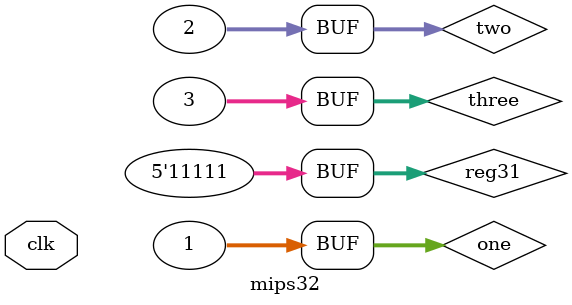
<source format=v>
module mips32(clk);
	input clk;
	//program counter tanımlama
	reg[31:0] ProgramCounter = 32'b0;
	wire[31:0] instruction, address, TempAddress;
	wire ALUResult;
	// instructions reader
	InstructionMemory read_inst (instruction,ProgramCounter);
	//sinyaller
	wire eq,les,upper;
	wire RegDst,Branch,Bne,MemRead,MemtoReg,MemWrite,ALUSrc,Jump,Jal;
	wire[1:0] ALUOp;
	wire[1:0] RegWrite;
	wire[1:0] sRdD;
	wire[1:0] sRs;
	//control unit çağrılması
	ControlUnit controlUnit(instruction[31:26],eq,les,upper,RegDst,Branch,Bne,MemRead,MemtoReg,ALUOp,MemWrite,ALUSrc,RegWrite,sRs,sRdD,Jump,Jal);
	//register için rt ve rs mux u
	wire[4:0] resultMux2to1_5bit;
	mux2to1_5bit mux2to1_5(resultMux2to1_5bit,instruction[20:16],instruction[15:11],RegDst);
	//register için 2. mux
	wire temp[4:0];
	wire[4:0] resultWriteReg1;
	wire[4:0] reg31 = 5'b11111;
	mux4to1_5bit _2mux(resultWriteReg1,reg31,instruction[25:21],sRs[0],sRs[1]);
	//write data1 için seçim
	wire[31:0] writeData1;
	wire[31:0] tempPC = ProgramCounter + 1;
	mux2to1_32bit writeMux(writeData1,TempAddress,tempPC,Jal);
	//write data2 için seçim ve oluşması
	comparator_32bit com(ALUResult,eq,les,upper);
	wire[31:0] writeData2;
	reg[31:0] one = 32'b1;
	reg[31:0] two = 32'b10;
	reg[31:0] three = 32'b11;
	mux4to1_32bit muxWritedata2(writeData2,one,two,three,sRdD[0],sRdD[1]);
	//register çağrılması RegisterMemory(ReadReg1,ReadReg2,WriteReg1,WriteReg2,WriteData1,WriteData2,ReadData1,ReadData2,RegWrite_signal,clk)
	wire[31:0] readData1, readData2;
	RegisterMemory registerMemory(instruction[25:21],instruction[20:16],resultWriteReg,instruction[15:11],writeData1,writeData2,readData1,readData2,RegWrite,clk);
	//signExtend
	wire[31:0] signdExtend32;
	sign_extend_32 sign(signExtend32,instruction[15:0]);
	//alu için mux 
	wire[31:0] aluNumberMux;
	mux2to1_32bit alumux(aluNumberMux,readData2,signExtend32,ALUSrc);
	//ALU çağrımı için ALU Control
	wire op2,op1,op0;
	ALUControl aluControl(instruction[5:0],ALUOp,op2,op1,op0);
	//ALU çağrılması
	wire zero;
	alu_32bit alu(address,zero,readData1,aluNumberMux,op2,op1,op0);
	// Memory(address,writeData,MemWrite_signal,MemRead_signal,readData,clk)
	wire[31:0] memoryReadData;
	Memory mem(address,readData2,MemWrite,MemRead,memoryReadData,clk);
	//tempAddress seçimi
	mux2to1_32bit tempAddressmux(tempAddress,address,memoryReadData,MemtoReg);
	//Branch olup olmadığını anlamak için signal üretme
	wire branchMuxSignal;
	and andBranch(branchMuxSignal,Branch,zero);
	// Program_Counter veya branch islemleri icin ...
	always @(posedge clk) begin 
			if(instruction[31:26] == 6'h2 || instruction[31:26] == 6'h3) begin // jump or jal
				ProgramCounter = address;
			end
			else if(writeData1 == 0 & Branch == 1) begin // branch
				ProgramCounter = ProgramCounter + 1 + $signed(instruction[15:0]); 
			end
			else begin
				ProgramCounter = ProgramCounter + 1;
			end
	end 
endmodule
	
	
	
	
</source>
